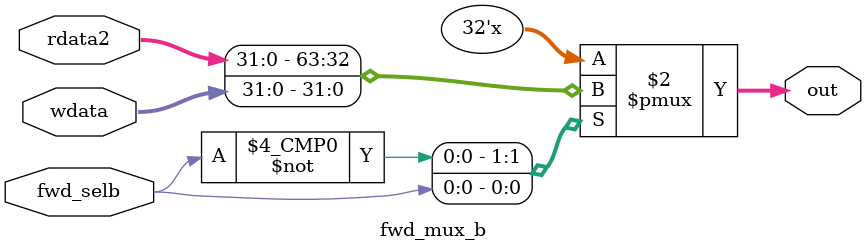
<source format=sv>
module fwd_mux_b
(
    input  logic [31:0] rdata2,      
    input  logic [31:0] wdata,  
    input  logic        fwd_selb,          
    output logic [31:0] out
);

    always_comb begin
        case (fwd_selb)
            1'b0: out = rdata2; // No forwarding
            1'b1: out = wdata; // forwarding
            default: out = rdata2;
        endcase
    end
    
endmodule
</source>
